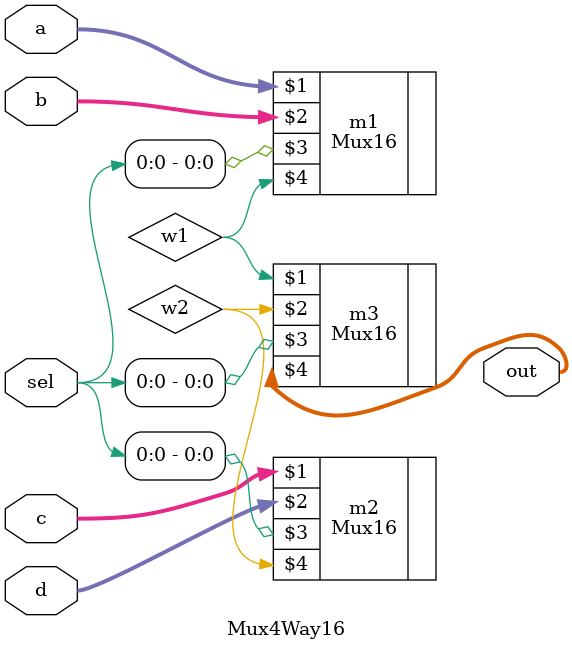
<source format=v>
/**
 * 16-bit multiplexor: 
 * for i = 0..15 out[i] = a[i] if sel == 0 
 *                        b[i] if sel == 1
 */

module Mux4Way16(
	input [15:0] a,
	input [15:0] b,
	input [15:0] c,
	input [15:0] d,
   	input [1:0] sel,
	output [15:0] out
);

wire w1,w2;

	Mux16 m1(a,b,sel[0],w1);
	Mux16 m2(c,d,sel[0],w2);
	Mux16 m3(w1,w2,sel[0],out);

endmodule

</source>
